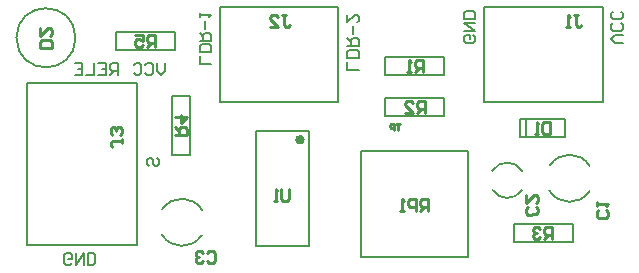
<source format=gto>
G04*
G04 #@! TF.GenerationSoftware,Altium Limited,Altium Designer,21.4.1 (30)*
G04*
G04 Layer_Color=65535*
%FSLAX44Y44*%
%MOMM*%
G71*
G04*
G04 #@! TF.SameCoordinates,A23704D9-3B07-4A98-9CB1-AFE0F965C356*
G04*
G04*
G04 #@! TF.FilePolarity,Positive*
G04*
G01*
G75*
%ADD10C,0.2000*%
%ADD11C,0.4000*%
%ADD12C,0.1270*%
%ADD13C,0.2540*%
D10*
X462046Y88760D02*
G03*
X496055Y88310I17144J10300D01*
G01*
Y109810D02*
G03*
X462620Y110260I-16865J-10750D01*
G01*
X10830Y218050D02*
G03*
X10830Y218050I25000J0D01*
G01*
X134135Y51090D02*
G03*
X167570Y50640I16865J10750D01*
G01*
X168144Y72140D02*
G03*
X134135Y72590I-17144J-10300D01*
G01*
X439328Y105125D02*
G03*
X413821Y105463I-12858J-7725D01*
G01*
Y89338D02*
G03*
X438897Y89000I12649J8063D01*
G01*
X142630Y118750D02*
Y168750D01*
X157630Y118750D02*
Y168750D01*
X142630D01*
X157630Y118750D02*
X142630D01*
X372610Y167130D02*
X322610D01*
X372610Y152130D02*
X322610D01*
X372610D02*
Y167130D01*
X322610Y152130D02*
Y167130D01*
X372610Y186420D02*
X322610D01*
X372610Y201420D02*
X322610D01*
Y186420D02*
Y201420D01*
X372610Y186420D02*
Y201420D01*
X258390Y41680D02*
X213390D01*
Y139180D01*
X258390D02*
X213390D01*
X258390Y41680D02*
Y139180D01*
X112540Y180100D02*
X112540Y42600D01*
X20040D01*
Y180100D01*
X112540D02*
X20040D01*
X145280Y223010D02*
X95280D01*
X145280Y208010D02*
X95280D01*
X145280D02*
Y223010D01*
X95280Y208010D02*
Y223010D01*
X283080Y164080D02*
X183080D01*
Y244080D01*
X283080D02*
X183080D01*
X283080Y164080D02*
Y244080D01*
X393006Y32125D02*
Y122125D01*
X303006D01*
Y32125D02*
Y122125D01*
X393006Y32125D02*
X303006D01*
X393006D02*
Y122125D01*
X303006D01*
Y32125D02*
Y122125D01*
X393006Y32125D02*
X303006D01*
X407070Y164080D02*
Y244080D01*
X507070Y164080D02*
X407070D01*
X507070D02*
Y244080D01*
X407070D01*
X481830Y45450D02*
Y60450D01*
X431830Y45450D02*
Y60450D01*
X481830D02*
X431830D01*
X481830Y45450D02*
X431830D01*
X129831Y115964D02*
X131497Y114298D01*
Y110966D01*
X129831Y109300D01*
X128165D01*
X126498Y110966D01*
Y114298D01*
X124832Y115964D01*
X123166D01*
X121500Y114298D01*
Y110966D01*
X123166Y109300D01*
X136700Y196597D02*
Y189932D01*
X133368Y186600D01*
X130035Y189932D01*
Y196597D01*
X120039Y194931D02*
X121705Y196597D01*
X125037D01*
X126703Y194931D01*
Y188266D01*
X125037Y186600D01*
X121705D01*
X120039Y188266D01*
X110042Y194931D02*
X111708Y196597D01*
X115040D01*
X116706Y194931D01*
Y188266D01*
X115040Y186600D01*
X111708D01*
X110042Y188266D01*
X96713Y186600D02*
Y196597D01*
X91714D01*
X90048Y194931D01*
Y191598D01*
X91714Y189932D01*
X96713D01*
X93381D02*
X90048Y186600D01*
X80052Y196597D02*
X86716D01*
Y186600D01*
X80052D01*
X86716Y191598D02*
X83384D01*
X76719Y196597D02*
Y186600D01*
X70055D01*
X60058Y196597D02*
X66722D01*
Y186600D01*
X60058D01*
X66722Y191598D02*
X63390D01*
X57765Y27069D02*
X56098Y25403D01*
X52766D01*
X51100Y27069D01*
Y33734D01*
X52766Y35400D01*
X56098D01*
X57765Y33734D01*
Y30402D01*
X54432D01*
X61097Y35400D02*
Y25403D01*
X67761Y35400D01*
Y25403D01*
X71094D02*
Y35400D01*
X76092D01*
X77758Y33734D01*
Y27069D01*
X76092Y25403D01*
X71094D01*
X300697Y191000D02*
X290700D01*
Y197665D01*
X300697Y200997D02*
X290700D01*
Y205995D01*
X292366Y207661D01*
X299031D01*
X300697Y205995D01*
Y200997D01*
X290700Y210994D02*
X300697D01*
Y215992D01*
X299031Y217658D01*
X295698D01*
X294032Y215992D01*
Y210994D01*
Y214326D02*
X290700Y217658D01*
X295698Y220990D02*
Y227655D01*
X290700Y237652D02*
Y230987D01*
X297365Y237652D01*
X299031D01*
X300697Y235986D01*
Y232653D01*
X299031Y230987D01*
X175897Y195700D02*
X165900D01*
Y202365D01*
X175897Y205697D02*
X165900D01*
Y210695D01*
X167566Y212361D01*
X174231D01*
X175897Y210695D01*
Y205697D01*
X165900Y215693D02*
X175897D01*
Y220692D01*
X174231Y222358D01*
X170898D01*
X169232Y220692D01*
Y215693D01*
Y219026D02*
X165900Y222358D01*
X170898Y225690D02*
Y232355D01*
X165900Y235687D02*
Y239019D01*
Y237353D01*
X175897D01*
X174231Y235687D01*
X397831Y220564D02*
X399497Y218898D01*
Y215566D01*
X397831Y213900D01*
X391166D01*
X389500Y215566D01*
Y218898D01*
X391166Y220564D01*
X394498D01*
Y217232D01*
X389500Y223897D02*
X399497D01*
X389500Y230561D01*
X399497D01*
Y233894D02*
X389500D01*
Y238892D01*
X391166Y240558D01*
X397831D01*
X399497Y238892D01*
Y233894D01*
X524097Y213600D02*
X517432D01*
X514100Y216932D01*
X517432Y220264D01*
X524097D01*
X522431Y230261D02*
X524097Y228595D01*
Y225263D01*
X522431Y223597D01*
X515766D01*
X514100Y225263D01*
Y228595D01*
X515766Y230261D01*
X522431Y240258D02*
X524097Y238592D01*
Y235260D01*
X522431Y233594D01*
X515766D01*
X514100Y235260D01*
Y238592D01*
X515766Y240258D01*
D11*
X248890Y131680D02*
G03*
X248890Y131680I2000J0D01*
G01*
D12*
X474930Y134350D02*
X437430D01*
Y149350D01*
X474930D02*
X437430D01*
X474930Y134350D02*
Y149350D01*
X442430Y134350D02*
Y149350D01*
D13*
X450956Y75081D02*
X452645Y73439D01*
X452692Y70107D01*
X451050Y68418D01*
X444386Y68323D01*
X442697Y69965D01*
X442649Y73297D01*
X444292Y74987D01*
X442484Y84959D02*
X442578Y78295D01*
X449148Y85053D01*
X450814Y85077D01*
X452503Y83435D01*
X452551Y80103D01*
X450908Y78413D01*
X335860Y145038D02*
X332528D01*
X334194D01*
Y140040D01*
X330862D02*
Y145038D01*
X328363D01*
X327529Y144205D01*
Y142539D01*
X328363Y141706D01*
X330862D01*
X510332Y72300D02*
X511998Y70634D01*
Y67302D01*
X510332Y65635D01*
X503668D01*
X502002Y67302D01*
Y70634D01*
X503668Y72300D01*
X502002Y75632D02*
Y78965D01*
Y77298D01*
X511998D01*
X510332Y75632D01*
X40828Y209719D02*
X30832D01*
Y214718D01*
X32498Y216384D01*
X39162D01*
X40828Y214718D01*
Y209719D01*
X30832Y226381D02*
Y219716D01*
X37496Y226381D01*
X39162D01*
X40828Y224715D01*
Y221382D01*
X39162Y219716D01*
X145132Y136059D02*
X155128D01*
Y141058D01*
X153462Y142724D01*
X150130D01*
X148464Y141058D01*
Y136059D01*
Y139392D02*
X145132Y142724D01*
Y151054D02*
X155128D01*
X150130Y146056D01*
Y152721D01*
X356581Y154632D02*
Y164628D01*
X351582D01*
X349916Y162962D01*
Y159630D01*
X351582Y157964D01*
X356581D01*
X353248D02*
X349916Y154632D01*
X339919D02*
X346584D01*
X339919Y161296D01*
Y162962D01*
X341586Y164628D01*
X344918D01*
X346584Y162962D01*
X354915Y188922D02*
Y198918D01*
X349916D01*
X348250Y197252D01*
Y193920D01*
X349916Y192254D01*
X354915D01*
X351582D02*
X348250Y188922D01*
X344918D02*
X341586D01*
X343252D01*
Y198918D01*
X344918Y197252D01*
X241884Y89698D02*
Y81368D01*
X240218Y79702D01*
X236886D01*
X235220Y81368D01*
Y89698D01*
X231888Y79702D02*
X228556D01*
X230222D01*
Y89698D01*
X231888Y88032D01*
X100518Y132564D02*
Y129232D01*
Y130898D01*
X92188D01*
X90522Y129232D01*
Y127565D01*
X92188Y125899D01*
X98852Y135896D02*
X100518Y137562D01*
Y140894D01*
X98852Y142561D01*
X97186D01*
X95520Y140894D01*
Y139228D01*
Y140894D01*
X93854Y142561D01*
X92188D01*
X90522Y140894D01*
Y137562D01*
X92188Y135896D01*
X127981Y210512D02*
Y220508D01*
X122982D01*
X121316Y218842D01*
Y215510D01*
X122982Y213844D01*
X127981D01*
X124648D02*
X121316Y210512D01*
X111319Y220508D02*
X117984D01*
Y215510D01*
X114652Y217176D01*
X112985D01*
X111319Y215510D01*
Y212178D01*
X112985Y210512D01*
X116318D01*
X117984Y212178D01*
X235616Y237018D02*
X238948D01*
X237282D01*
Y228688D01*
X238948Y227022D01*
X240614D01*
X242281Y228688D01*
X225619Y227022D02*
X232284D01*
X225619Y233686D01*
Y235352D01*
X227285Y237018D01*
X230618D01*
X232284Y235352D01*
X172466Y35732D02*
X174132Y37398D01*
X177465D01*
X179131Y35732D01*
Y29068D01*
X177465Y27402D01*
X174132D01*
X172466Y29068D01*
X169134Y35732D02*
X167468Y37398D01*
X164135D01*
X162469Y35732D01*
Y34066D01*
X164135Y32400D01*
X165802D01*
X164135D01*
X162469Y30734D01*
Y29068D01*
X164135Y27402D01*
X167468D01*
X169134Y29068D01*
X359223Y71202D02*
Y81198D01*
X354225D01*
X352558Y79532D01*
Y76200D01*
X354225Y74534D01*
X359223D01*
X355891D02*
X352558Y71202D01*
X349226D02*
Y81198D01*
X344228D01*
X342562Y79532D01*
Y76200D01*
X344228Y74534D01*
X349226D01*
X339229Y71202D02*
X335897D01*
X337563D01*
Y81198D01*
X339229Y79532D01*
X482600Y237408D02*
X485932D01*
X484266D01*
Y229078D01*
X485932Y227412D01*
X487598D01*
X489264Y229078D01*
X479268Y227412D02*
X475936D01*
X477602D01*
Y237408D01*
X479268Y235742D01*
X462864Y146848D02*
Y136852D01*
X457866D01*
X456200Y138518D01*
Y145182D01*
X457866Y146848D01*
X462864D01*
X452868Y136852D02*
X449535D01*
X451202D01*
Y146848D01*
X452868Y145182D01*
X464531Y47952D02*
Y57948D01*
X459532D01*
X457866Y56282D01*
Y52950D01*
X459532Y51284D01*
X464531D01*
X461198D02*
X457866Y47952D01*
X454534Y56282D02*
X452868Y57948D01*
X449535D01*
X447869Y56282D01*
Y54616D01*
X449535Y52950D01*
X451202D01*
X449535D01*
X447869Y51284D01*
Y49618D01*
X449535Y47952D01*
X452868D01*
X454534Y49618D01*
M02*

</source>
